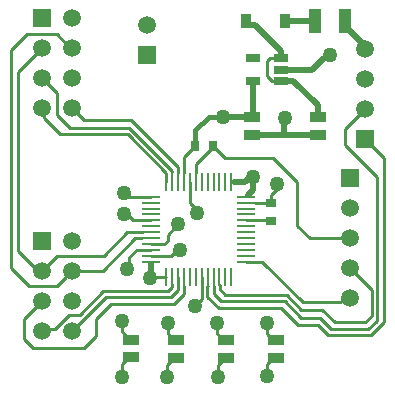
<source format=gtl>
%FSTAX23Y23*%
%MOIN*%
%SFA1B1*%

%IPPOS*%
%ADD13C,0.010000*%
%ADD15O,0.061020X0.009840*%
%ADD16O,0.009840X0.061020*%
%ADD17R,0.051180X0.027560*%
%ADD18R,0.035830X0.048030*%
%ADD19R,0.035430X0.027560*%
%ADD20R,0.027560X0.035430*%
%ADD21R,0.043310X0.078740*%
%ADD22R,0.053150X0.037400*%
%ADD32C,0.020000*%
%ADD33C,0.015000*%
%ADD34R,0.059060X0.059060*%
%ADD35C,0.059060*%
%ADD36C,0.050000*%
G54D13*
X01227Y00363D02*
X01229Y00365D01*
X0037Y0097D02*
X00528D01*
X0065Y00566D02*
Y00585D01*
X00783Y00378D02*
X0082Y00342D01*
X00804Y00388D02*
X00827Y00365D01*
X00764Y00372D02*
Y00446D01*
X01348Y003D02*
Y00778D01*
X00497Y00265D02*
Y00298D01*
X00648Y00153D02*
X00671Y00176D01*
Y00235D02*
X00679D01*
X00672Y00355D02*
X00706Y00388D01*
X00352Y00467D02*
X00434D01*
X01195Y00272D02*
X01319D01*
X0037Y0021D02*
X0041Y0025D01*
X0023Y00265D02*
X00237Y00272D01*
X0093Y00979D02*
X00935Y00984D01*
X01095Y00337D02*
X01165D01*
X0015Y00532D02*
X00217Y00465D01*
X00128Y00474D02*
Y01203D01*
X00665Y00794D02*
Y00798D01*
X00237Y00975D02*
Y01002D01*
X01257Y00475D02*
X0133Y00402D01*
X01242Y00939D02*
X01309Y01006D01*
X00981Y00156D02*
X01002Y00177D01*
Y00236D02*
X0101D01*
X00706Y00388D02*
Y00416D01*
X00842Y00842D02*
X01002D01*
X00913Y00634D02*
X00913Y00634D01*
X01157Y0031D02*
X01195Y00272D01*
X01327Y00252D02*
X01373Y00297D01*
X0028Y00987D02*
X00325Y00942D01*
X00705Y00845D02*
X00742Y00882D01*
X002Y0021D02*
X0037D01*
X00437Y00517D02*
X00515Y00595D01*
X0098Y01117D02*
X00997Y011D01*
X00843Y00385D02*
X01048D01*
X00522Y00511D02*
X00547Y00536D01*
X00526Y00713D02*
X00596D01*
X0041Y0025D02*
Y00305D01*
X01243Y01282D02*
Y013D01*
X0065Y00256D02*
Y00293D01*
X00498Y00113D02*
Y00154D01*
X00536Y00634D02*
X00596D01*
X00686Y00403D02*
Y00446D01*
X00995Y00718D02*
X01015Y00738D01*
X01082Y00617D02*
Y00762D01*
X00282Y00415D02*
X00312Y00445D01*
X00745Y00792D02*
Y00821D01*
X00594Y00446D02*
X00646D01*
X0059Y00442D02*
X00594Y00446D01*
X00993Y00693D02*
X00995Y00692D01*
X01186Y00251D02*
X01187Y00252D01*
X0028Y00987D02*
Y01059D01*
X0017Y00305D02*
X0023Y00365D01*
X00541Y00575D02*
X00566D01*
X01149Y0092D02*
X0115Y0092D01*
X0098Y01165D02*
X0099Y01175D01*
X0098Y01117D02*
Y01165D01*
X011Y00363D02*
X01227D01*
X01048Y00385D02*
X01095Y00337D01*
X00128Y00474D02*
X00187Y00415D01*
X00522Y00477D02*
Y00511D01*
X00504Y00725D02*
X00514D01*
X00827Y00365D02*
X0104D01*
X00357Y0032D02*
X00436Y004D01*
X01242Y00884D02*
Y00939D01*
X00981Y00257D02*
Y00292D01*
X00817Y00112D02*
Y00152D01*
X00816Y00256D02*
Y00292D01*
X00521Y00178D02*
X00527D01*
X0104Y00365D02*
X01095Y0031D01*
X00666Y00412D02*
Y00421D01*
X00653Y004D02*
X00666Y00412D01*
X01208Y00295D02*
X01309D01*
X0023Y0111D02*
X0028Y01059D01*
X00325Y0121D02*
X0033D01*
X00924Y0078D02*
X00935D01*
X01039Y00977D02*
X0104Y00977D01*
X0099Y01175D02*
X01029D01*
X00966Y00496D02*
X011Y00363D01*
X0033Y0101D02*
X0037Y0097D01*
X00528D02*
X00685Y00812D01*
X00325Y00942D02*
X00521D01*
X0023Y0101D02*
X00237Y01002D01*
X00596Y00555D02*
X00639D01*
X00804Y00388D02*
Y00416D01*
X00497Y00265D02*
X00524Y00237D01*
X00837Y00235D02*
X00845D01*
X0082Y00342D02*
X01027D01*
X00596Y00516D02*
X00662D01*
X00516Y00654D02*
X00536Y00634D01*
X00662Y0038D02*
X00686Y00403D01*
X01002Y00842D02*
X01082Y00762D01*
X00434Y00467D02*
X00541Y00575D01*
X00705Y00792D02*
Y00845D01*
X01095Y0031D02*
X01157D01*
X00745Y00821D02*
X00802Y00878D01*
Y00882*
X0017Y0024D02*
X002Y0021D01*
X00274Y00272D02*
X00322Y0032D01*
X00282Y00517D02*
X00437D01*
X01082Y00617D02*
X01125Y00575D01*
X01165Y00337D02*
X01208Y00295D01*
X00217Y00465D02*
X0023D01*
X0015Y0113D02*
X0023Y0121D01*
X00685Y00793D02*
Y00812D01*
X00646Y00763D02*
Y00792D01*
X00291Y00921D02*
X00517D01*
X00237Y00975D02*
X00291Y00921D01*
X00824Y00404D02*
Y00419D01*
X00516Y00471D02*
X00522Y00477D01*
X0046Y00355D02*
X00672D01*
X0033Y00265D02*
X00445Y0038D01*
X01309Y00906D02*
X01373Y00842D01*
X01319Y00272D02*
X01348Y003D01*
X01309Y00295D02*
X0133Y00315D01*
X00981Y00117D02*
Y00156D01*
X0084Y00176D02*
X00845D01*
X00783Y00378D02*
Y00415D01*
X00662Y00516D02*
X00681Y00535D01*
X00515Y00595D02*
X00567D01*
X0017Y0024D02*
Y00305D01*
X0028Y01255D02*
X00325Y0121D01*
X01125Y00575D02*
X01257D01*
X00929Y0098D02*
X0093Y00979D01*
X01248Y00365D02*
X01257Y00375D01*
X0015Y00532D02*
Y0113D01*
X00128Y01203D02*
X0018Y01255D01*
X0065Y00585D02*
X00686Y00621D01*
X0033Y00365D02*
X00335D01*
X00322Y0032D02*
X00357D01*
X0041Y00305D02*
X0046Y00355D01*
X00817Y00152D02*
X0084Y00176D01*
X00816Y00256D02*
X00837Y00235D01*
X00671Y00176D02*
X00679D01*
X00725Y00693D02*
Y00763D01*
Y00693D02*
X00748Y0067D01*
X00681Y00535D02*
X00692D01*
X01015Y00738D02*
Y00755D01*
X00913Y00634D02*
X00994D01*
X00995Y00633*
X00784Y00415D02*
Y00417D01*
X01153Y00284D02*
X01186Y00251D01*
X01187Y00252D02*
X01327D01*
X0018Y01255D02*
X0028D01*
X0023Y00465D02*
X00282Y00517D01*
X00863Y00763D02*
X00863Y00763D01*
X00913Y00496D02*
X00966D01*
X01229Y00365D02*
X01248D01*
X00187Y00415D02*
X00282D01*
X00517Y00921D02*
X00646Y00792D01*
X00521Y00942D02*
X00665Y00798D01*
X00824Y00404D02*
X00843Y00385D01*
X00639Y00555D02*
X0065Y00566D01*
X00547Y00536D02*
X00596D01*
X00514Y00725D02*
X00526Y00713D01*
X00742Y0035D02*
X00764Y00372D01*
X00436Y004D02*
X00653D01*
X00445Y0038D02*
X00662D01*
X01309Y01206D02*
Y01216D01*
X01373Y00297D02*
Y00842D01*
X01242Y00884D02*
X01348Y00778D01*
X0133Y00315D02*
Y00402D01*
X0065Y00256D02*
X00671Y00235D01*
X00981Y00257D02*
X01002Y00236D01*
X00498Y00154D02*
X00521Y00178D01*
X00648Y00112D02*
Y00153D01*
X00524Y00237D02*
X00527D01*
X01002Y00177D02*
X0101D01*
X01027Y00342D02*
X01085Y00284D01*
X00748Y0066D02*
Y0067D01*
X00506Y00654D02*
X00516D01*
X00783Y00415D02*
X00784Y00415D01*
X00942Y00693D02*
X00993D01*
X00913Y00634D02*
X00913Y00634D01*
X01085Y00284D02*
X01153D01*
X00802Y00882D02*
X00842Y00842D01*
X00237Y00272D02*
X00274D01*
X00995Y00692D02*
Y00718D01*
X00997Y011D02*
X01029D01*
G54D15*
X00913Y00713D03*
Y00693D03*
Y00673D03*
Y00654D03*
Y00634D03*
Y00614D03*
Y00595D03*
Y00575D03*
Y00555D03*
Y00536D03*
Y00516D03*
Y00496D03*
X00596D03*
Y00516D03*
Y00536D03*
Y00555D03*
Y00575D03*
Y00595D03*
Y00614D03*
Y00634D03*
Y00654D03*
Y00673D03*
Y00693D03*
Y00713D03*
G54D16*
X00863Y00446D03*
X00843D03*
X00823D03*
X00804D03*
X00784D03*
X00764D03*
X00745D03*
X00725D03*
X00705D03*
X00686D03*
X00666D03*
X00646D03*
Y00763D03*
X00666D03*
X00686D03*
X00705D03*
X00725D03*
X00745D03*
X00764D03*
X00784D03*
X00804D03*
X00823D03*
X00843D03*
X00863D03*
G54D17*
X01029Y011D03*
Y01137D03*
Y01175D03*
X00935D03*
Y011D03*
G54D18*
X0104Y013D03*
X00911D03*
G54D19*
X00995Y00633D03*
Y00692D03*
G54D20*
X00742Y00882D03*
X00802D03*
G54D21*
X01141Y013D03*
X01243D03*
G54D22*
X0101Y00177D03*
Y00236D03*
X00845Y00176D03*
Y00235D03*
X00679Y00176D03*
Y00235D03*
X00527Y00178D03*
Y00237D03*
X0093Y0092D03*
Y00979D03*
X0115Y0092D03*
Y0098D03*
G54D32*
X0093Y0092D02*
X01039D01*
X01069Y011D02*
X0115Y0102D01*
X00942Y01287D02*
X01029Y012D01*
X01243Y01282D02*
X01309Y01216D01*
X0113Y01137D02*
X0117Y01177D01*
X00596Y0045D02*
Y0049D01*
X0087Y00763D02*
X00907D01*
X00919Y01287D02*
X00942D01*
X00835Y0098D02*
X00929D01*
X0115Y01D02*
Y0102D01*
X01029Y01175D02*
Y012D01*
X00911Y01295D02*
X00919Y01287D01*
X00935Y00984D02*
Y011D01*
X01029D02*
X01069D01*
X00907Y00763D02*
X00924Y0078D01*
X01052Y013D02*
X01127D01*
X00935Y00735D02*
Y0078D01*
X01039Y0092D02*
Y00977D01*
X01052Y01137D02*
X0113D01*
X00918Y00718D02*
X00935Y00735D01*
X01039Y0092D02*
X01149D01*
X00911Y01295D02*
Y013D01*
G54D33*
X00742Y00935D02*
X00787Y0098D01*
X00835*
X00742Y00882D02*
Y00935D01*
G54D34*
X00581Y01184D03*
X0023Y0131D03*
Y00565D03*
X01257Y00775D03*
X01309Y00906D03*
G54D35*
X00581Y01284D03*
X0033Y0101D03*
X0023D03*
X0033Y0111D03*
X0023D03*
X0033Y0121D03*
X0023D03*
X0033Y0131D03*
Y00265D03*
X0023D03*
X0033Y00365D03*
X0023D03*
X0033Y00465D03*
X0023D03*
X0033Y00565D03*
X01257Y00375D03*
Y00475D03*
Y00575D03*
Y00675D03*
X01309Y01206D03*
Y01106D03*
Y01006D03*
G54D36*
X00981Y00292D03*
X00816D03*
X00742Y0035D03*
X00748Y0066D03*
X00835Y0098D03*
X0059Y00442D03*
X00516Y00471D03*
X00504Y00725D03*
X00498Y00113D03*
X00692Y00535D03*
X00506Y00654D03*
X00935Y0078D03*
X01192Y01187D03*
X00648Y00112D03*
X00981Y00117D03*
X00497Y00298D03*
X01015Y00755D03*
X0065Y00293D03*
X0104Y00977D03*
X00686Y00621D03*
X00817Y00112D03*
M02*
</source>
